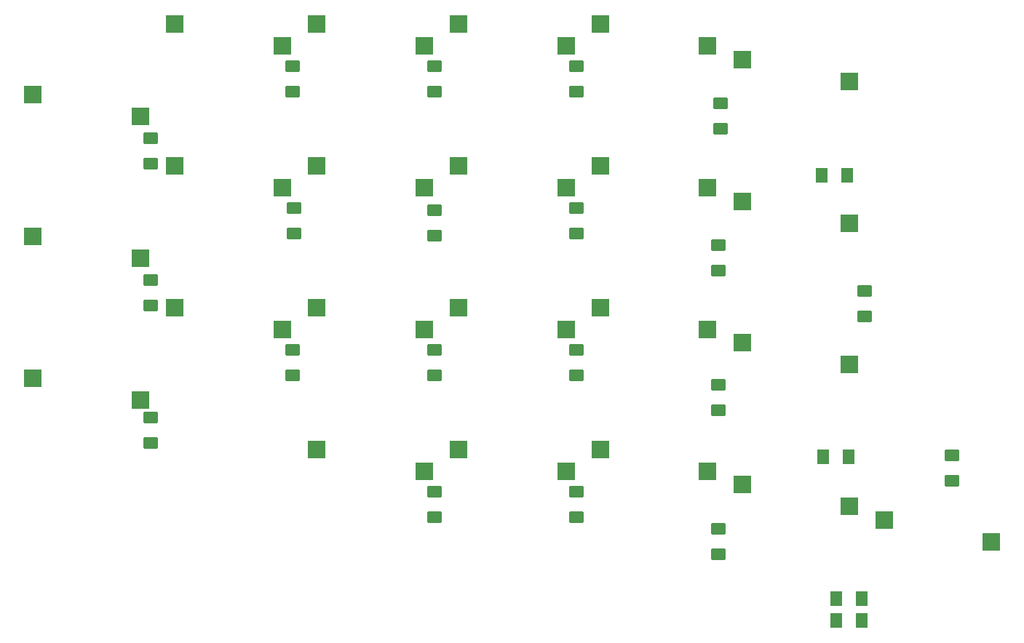
<source format=gtp>
G04 #@! TF.GenerationSoftware,KiCad,Pcbnew,7.0.10*
G04 #@! TF.CreationDate,2024-06-23T16:27:35+09:00*
G04 #@! TF.ProjectId,sss,7373732e-6b69-4636-9164-5f7063625858,rev?*
G04 #@! TF.SameCoordinates,Original*
G04 #@! TF.FileFunction,Paste,Top*
G04 #@! TF.FilePolarity,Positive*
%FSLAX46Y46*%
G04 Gerber Fmt 4.6, Leading zero omitted, Abs format (unit mm)*
G04 Created by KiCad (PCBNEW 7.0.10) date 2024-06-23 16:27:35*
%MOMM*%
%LPD*%
G01*
G04 APERTURE LIST*
G04 Aperture macros list*
%AMRoundRect*
0 Rectangle with rounded corners*
0 $1 Rounding radius*
0 $2 $3 $4 $5 $6 $7 $8 $9 X,Y pos of 4 corners*
0 Add a 4 corners polygon primitive as box body*
4,1,4,$2,$3,$4,$5,$6,$7,$8,$9,$2,$3,0*
0 Add four circle primitives for the rounded corners*
1,1,$1+$1,$2,$3*
1,1,$1+$1,$4,$5*
1,1,$1+$1,$6,$7*
1,1,$1+$1,$8,$9*
0 Add four rect primitives between the rounded corners*
20,1,$1+$1,$2,$3,$4,$5,0*
20,1,$1+$1,$4,$5,$6,$7,0*
20,1,$1+$1,$6,$7,$8,$9,0*
20,1,$1+$1,$8,$9,$2,$3,0*%
G04 Aperture macros list end*
%ADD10R,2.000000X2.000000*%
%ADD11RoundRect,0.250001X0.624999X-0.462499X0.624999X0.462499X-0.624999X0.462499X-0.624999X-0.462499X0*%
%ADD12RoundRect,0.250001X-0.462499X-0.624999X0.462499X-0.624999X0.462499X0.624999X-0.462499X0.624999X0*%
%ADD13RoundRect,0.250001X-0.624999X0.462499X-0.624999X-0.462499X0.624999X-0.462499X0.624999X0.462499X0*%
G04 APERTURE END LIST*
D10*
X127740000Y-86645000D03*
X140240000Y-89185000D03*
X45240000Y-61895000D03*
X57740000Y-64435000D03*
X111240000Y-49530000D03*
X123740000Y-52070000D03*
X61740000Y-28895000D03*
X74240000Y-31435000D03*
X78240000Y-28895000D03*
X90740000Y-31435000D03*
X61740000Y-61895000D03*
X74240000Y-64435000D03*
X111240000Y-82520000D03*
X123740000Y-85060000D03*
X61740000Y-45395000D03*
X74240000Y-47935000D03*
X94740000Y-61895000D03*
X107240000Y-64435000D03*
X111240000Y-66020000D03*
X123740000Y-68560000D03*
X111240000Y-33020000D03*
X123740000Y-35560000D03*
X45240000Y-45395000D03*
X57740000Y-47935000D03*
X28740000Y-53645000D03*
X41240000Y-56185000D03*
X94740000Y-45395000D03*
X107240000Y-47935000D03*
X94740000Y-78395000D03*
X107240000Y-80935000D03*
X78240000Y-78395000D03*
X90740000Y-80935000D03*
X45240000Y-28895000D03*
X57740000Y-31435000D03*
X94740000Y-28895000D03*
X107240000Y-31435000D03*
X28740000Y-70145000D03*
X41240000Y-72685000D03*
X28740000Y-37145000D03*
X41240000Y-39685000D03*
X78240000Y-61895000D03*
X90740000Y-64435000D03*
X78240000Y-45395000D03*
X90740000Y-47935000D03*
X61740000Y-78395000D03*
X74240000Y-80935000D03*
D11*
X91948000Y-36762000D03*
X91948000Y-33782000D03*
X75438000Y-86292000D03*
X75438000Y-83312000D03*
X125476000Y-62924000D03*
X125476000Y-59944000D03*
X91948000Y-69782000D03*
X91948000Y-66802000D03*
X58928000Y-36796000D03*
X58928000Y-33816000D03*
X42418000Y-45144000D03*
X42418000Y-42164000D03*
X75438000Y-36796000D03*
X75438000Y-33816000D03*
D12*
X120464000Y-46482000D03*
X123444000Y-46482000D03*
D11*
X91948000Y-86292000D03*
X91948000Y-83312000D03*
X75438000Y-69782000D03*
X75438000Y-66802000D03*
X59080400Y-53272000D03*
X59080400Y-50292000D03*
D12*
X122208000Y-95758000D03*
X125188000Y-95758000D03*
D11*
X75438000Y-53526000D03*
X75438000Y-50546000D03*
D12*
X122208000Y-98298000D03*
X125188000Y-98298000D03*
D11*
X108712000Y-41080000D03*
X108712000Y-38100000D03*
X42418000Y-61654000D03*
X42418000Y-58674000D03*
X108458000Y-90644000D03*
X108458000Y-87664000D03*
X42418000Y-77656000D03*
X42418000Y-74676000D03*
X91948000Y-53272000D03*
X91948000Y-50292000D03*
X58928000Y-69782000D03*
X58928000Y-66802000D03*
D13*
X135636000Y-82058800D03*
X135636000Y-79078800D03*
D11*
X108458000Y-57624000D03*
X108458000Y-54644000D03*
D12*
X120684000Y-79248000D03*
X123664000Y-79248000D03*
D11*
X108458000Y-73880000D03*
X108458000Y-70900000D03*
M02*

</source>
